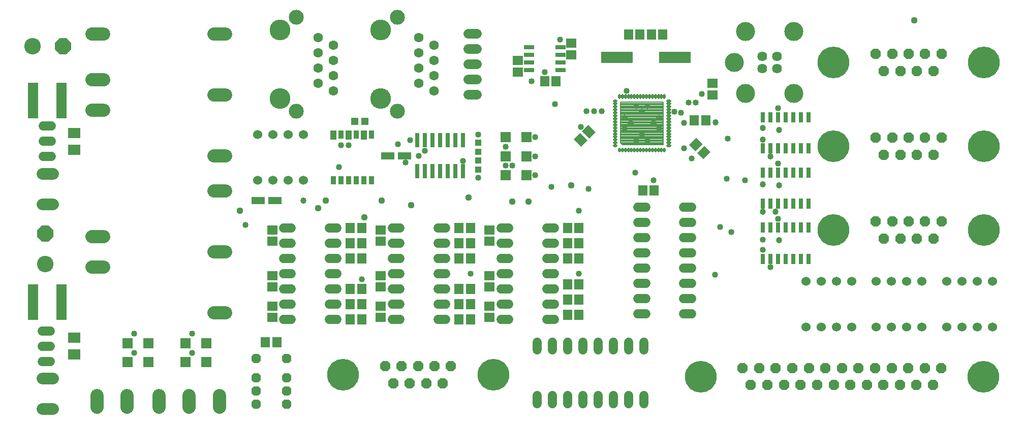
<source format=gts>
G75*
%MOIN*%
%OFA0B0*%
%FSLAX25Y25*%
%IPPOS*%
%LPD*%
%AMOC8*
5,1,8,0,0,1.08239X$1,22.5*
%
%ADD10R,0.07100X0.23200*%
%ADD11C,0.10800*%
%ADD12OC8,0.10800*%
%ADD13C,0.08600*%
%ADD14C,0.06000*%
%ADD15R,0.06706X0.05918*%
%ADD16R,0.05918X0.06706*%
%ADD17C,0.01902*%
%ADD18C,0.00800*%
%ADD19C,0.06400*%
%ADD20R,0.20800X0.07800*%
%ADD21OC8,0.06146*%
%ADD22C,0.06000*%
%ADD23R,0.06706X0.06706*%
%ADD24R,0.08674X0.04737*%
%ADD25OC8,0.06800*%
%ADD26C,0.20800*%
%ADD27R,0.03162X0.06706*%
%ADD28R,0.06706X0.03162*%
%ADD29C,0.07800*%
%ADD30R,0.03950X0.03950*%
%ADD31R,0.03162X0.09461*%
%ADD32C,0.13600*%
%ADD33C,0.06300*%
%ADD34C,0.09800*%
%ADD35R,0.03792X0.05800*%
%ADD36C,0.00190*%
%ADD37R,0.04737X0.05131*%
%ADD38R,0.07898X0.07099*%
%ADD39C,0.06400*%
%ADD40C,0.12500*%
%ADD41C,0.04400*%
%ADD42C,0.04000*%
%ADD43C,0.04050*%
D10*
X0122450Y0209250D03*
X0141050Y0209250D03*
X0141050Y0341750D03*
X0122450Y0341750D03*
D11*
X0122116Y0377375D03*
X0130500Y0234250D03*
D12*
X0130500Y0254250D03*
X0142116Y0377375D03*
D13*
X0160975Y0385500D02*
X0168775Y0385500D01*
X0168775Y0355500D02*
X0160975Y0355500D01*
X0160975Y0335500D02*
X0168775Y0335500D01*
X0240975Y0345500D02*
X0248775Y0345500D01*
X0248775Y0305500D02*
X0240975Y0305500D01*
X0240975Y0282375D02*
X0248775Y0282375D01*
X0248775Y0242375D02*
X0240975Y0242375D01*
X0240975Y0202375D02*
X0248775Y0202375D01*
X0168775Y0232375D02*
X0160975Y0232375D01*
X0160975Y0252375D02*
X0168775Y0252375D01*
X0164350Y0148150D02*
X0164350Y0140350D01*
X0184150Y0140350D02*
X0184150Y0148150D01*
X0205175Y0148150D02*
X0205175Y0140350D01*
X0224875Y0140350D02*
X0224875Y0148150D01*
X0244575Y0148150D02*
X0244575Y0140350D01*
X0240975Y0385500D02*
X0248775Y0385500D01*
D14*
X0134350Y0324875D02*
X0129150Y0324875D01*
X0129150Y0314875D02*
X0134350Y0314875D01*
X0134350Y0304875D02*
X0129150Y0304875D01*
X0286650Y0258000D02*
X0291850Y0258000D01*
X0291850Y0248000D02*
X0286650Y0248000D01*
X0286650Y0238000D02*
X0291850Y0238000D01*
X0291850Y0228000D02*
X0286650Y0228000D01*
X0286650Y0218000D02*
X0291850Y0218000D01*
X0291850Y0208000D02*
X0286650Y0208000D01*
X0286650Y0198000D02*
X0291850Y0198000D01*
X0316650Y0198000D02*
X0321850Y0198000D01*
X0321850Y0208000D02*
X0316650Y0208000D01*
X0316650Y0218000D02*
X0321850Y0218000D01*
X0321850Y0228000D02*
X0316650Y0228000D01*
X0316650Y0238000D02*
X0321850Y0238000D01*
X0321850Y0248000D02*
X0316650Y0248000D01*
X0316650Y0258000D02*
X0321850Y0258000D01*
X0357900Y0258000D02*
X0363100Y0258000D01*
X0363100Y0248000D02*
X0357900Y0248000D01*
X0357900Y0238000D02*
X0363100Y0238000D01*
X0363100Y0228000D02*
X0357900Y0228000D01*
X0357900Y0218000D02*
X0363100Y0218000D01*
X0363100Y0208000D02*
X0357900Y0208000D01*
X0357900Y0198000D02*
X0363100Y0198000D01*
X0387900Y0198000D02*
X0393100Y0198000D01*
X0393100Y0208000D02*
X0387900Y0208000D01*
X0387900Y0218000D02*
X0393100Y0218000D01*
X0393100Y0228000D02*
X0387900Y0228000D01*
X0387900Y0238000D02*
X0393100Y0238000D01*
X0393100Y0248000D02*
X0387900Y0248000D01*
X0387900Y0258000D02*
X0393100Y0258000D01*
X0429268Y0258000D02*
X0434468Y0258000D01*
X0434468Y0248000D02*
X0429268Y0248000D01*
X0429268Y0238000D02*
X0434468Y0238000D01*
X0434468Y0228000D02*
X0429268Y0228000D01*
X0429268Y0218000D02*
X0434468Y0218000D01*
X0434468Y0208000D02*
X0429268Y0208000D01*
X0429268Y0198000D02*
X0434468Y0198000D01*
X0459268Y0198000D02*
X0464468Y0198000D01*
X0464468Y0208000D02*
X0459268Y0208000D01*
X0459268Y0218000D02*
X0464468Y0218000D01*
X0464468Y0228000D02*
X0459268Y0228000D01*
X0459268Y0238000D02*
X0464468Y0238000D01*
X0464468Y0248000D02*
X0459268Y0248000D01*
X0459268Y0258000D02*
X0464468Y0258000D01*
X0519150Y0261750D02*
X0524350Y0261750D01*
X0524350Y0251750D02*
X0519150Y0251750D01*
X0519150Y0241750D02*
X0524350Y0241750D01*
X0524350Y0231750D02*
X0519150Y0231750D01*
X0519150Y0221750D02*
X0524350Y0221750D01*
X0524350Y0211750D02*
X0519150Y0211750D01*
X0519150Y0201750D02*
X0524350Y0201750D01*
X0549150Y0201750D02*
X0554350Y0201750D01*
X0554350Y0211750D02*
X0549150Y0211750D01*
X0549150Y0221750D02*
X0554350Y0221750D01*
X0554350Y0231750D02*
X0549150Y0231750D01*
X0549150Y0241750D02*
X0554350Y0241750D01*
X0554350Y0251750D02*
X0549150Y0251750D01*
X0549150Y0261750D02*
X0554350Y0261750D01*
X0554350Y0271750D02*
X0549150Y0271750D01*
X0524350Y0271750D02*
X0519150Y0271750D01*
X0522985Y0183200D02*
X0522985Y0178000D01*
X0512985Y0178000D02*
X0512985Y0183200D01*
X0502985Y0183200D02*
X0502985Y0178000D01*
X0492985Y0178000D02*
X0492985Y0183200D01*
X0482985Y0183200D02*
X0482985Y0178000D01*
X0472985Y0178000D02*
X0472985Y0183200D01*
X0462985Y0183200D02*
X0462985Y0178000D01*
X0452985Y0178000D02*
X0452985Y0183200D01*
X0452985Y0148000D02*
X0452985Y0142800D01*
X0462985Y0142800D02*
X0462985Y0148000D01*
X0472985Y0148000D02*
X0472985Y0142800D01*
X0482985Y0142800D02*
X0482985Y0148000D01*
X0492985Y0148000D02*
X0492985Y0142800D01*
X0502985Y0142800D02*
X0502985Y0148000D01*
X0512985Y0148000D02*
X0512985Y0142800D01*
X0522985Y0142800D02*
X0522985Y0148000D01*
X0133725Y0170500D02*
X0128525Y0170500D01*
X0128525Y0180500D02*
X0133725Y0180500D01*
X0133725Y0190500D02*
X0128525Y0190500D01*
D15*
X0279250Y0199260D03*
X0279250Y0206740D03*
X0279250Y0219260D03*
X0279250Y0226740D03*
X0279250Y0249260D03*
X0279250Y0256740D03*
X0350500Y0256740D03*
X0350500Y0249260D03*
X0350500Y0226740D03*
X0350500Y0219260D03*
X0350500Y0206740D03*
X0350500Y0199260D03*
X0421750Y0199260D03*
X0421750Y0206740D03*
X0421750Y0219260D03*
X0421750Y0226740D03*
X0421750Y0249260D03*
X0421750Y0256740D03*
X0568000Y0345510D03*
X0568000Y0352990D03*
X0475500Y0371760D03*
X0475500Y0379240D03*
X0440500Y0367990D03*
X0440500Y0360510D03*
D16*
X0458010Y0354250D03*
X0465490Y0354250D03*
G36*
X0491358Y0320992D02*
X0487173Y0316807D01*
X0482432Y0321548D01*
X0486617Y0325733D01*
X0491358Y0320992D01*
G37*
G36*
X0486068Y0315702D02*
X0481883Y0311517D01*
X0477142Y0316258D01*
X0481327Y0320443D01*
X0486068Y0315702D01*
G37*
X0522278Y0282750D03*
X0529758Y0282750D03*
G36*
X0562657Y0312071D02*
X0566842Y0307886D01*
X0562101Y0303145D01*
X0557916Y0307330D01*
X0562657Y0312071D01*
G37*
G36*
X0557368Y0317360D02*
X0561553Y0313175D01*
X0556812Y0308434D01*
X0552627Y0312619D01*
X0557368Y0317360D01*
G37*
X0556135Y0328825D03*
X0563615Y0328825D03*
X0535490Y0384875D03*
X0528010Y0384875D03*
X0520490Y0384875D03*
X0513010Y0384875D03*
X0480490Y0258000D03*
X0473010Y0258000D03*
X0473010Y0248000D03*
X0480490Y0248000D03*
X0480490Y0238000D03*
X0473010Y0238000D03*
X0473010Y0221125D03*
X0480490Y0221125D03*
X0480490Y0211125D03*
X0473010Y0211125D03*
X0473010Y0201125D03*
X0480490Y0201125D03*
X0409240Y0198000D03*
X0401760Y0198000D03*
X0401760Y0208000D03*
X0409240Y0208000D03*
X0409240Y0218000D03*
X0401760Y0218000D03*
X0401760Y0238000D03*
X0409240Y0238000D03*
X0409240Y0248000D03*
X0401760Y0248000D03*
X0401760Y0258000D03*
X0409240Y0258000D03*
X0337990Y0258000D03*
X0330510Y0258000D03*
X0330510Y0248000D03*
X0337990Y0248000D03*
X0337990Y0238000D03*
X0330510Y0238000D03*
X0330510Y0218000D03*
X0337990Y0218000D03*
X0337990Y0208000D03*
X0330510Y0208000D03*
X0330510Y0198000D03*
X0337990Y0198000D03*
X0282365Y0182875D03*
X0274885Y0182875D03*
D17*
X0503593Y0311986D02*
X0504655Y0311986D01*
X0504655Y0313955D02*
X0503593Y0313955D01*
X0503593Y0315923D02*
X0504655Y0315923D01*
X0504655Y0317892D02*
X0503593Y0317892D01*
X0503593Y0319860D02*
X0504655Y0319860D01*
X0504655Y0321829D02*
X0503593Y0321829D01*
X0503593Y0323797D02*
X0504655Y0323797D01*
X0504655Y0325766D02*
X0503593Y0325766D01*
X0503593Y0327734D02*
X0504655Y0327734D01*
X0504655Y0329703D02*
X0503593Y0329703D01*
X0503593Y0331671D02*
X0504655Y0331671D01*
X0504655Y0333640D02*
X0503593Y0333640D01*
X0503593Y0335608D02*
X0504655Y0335608D01*
X0504655Y0337577D02*
X0503593Y0337577D01*
X0503593Y0339545D02*
X0504655Y0339545D01*
X0504655Y0341514D02*
X0503593Y0341514D01*
X0506986Y0343845D02*
X0506986Y0344907D01*
X0508955Y0344907D02*
X0508955Y0343845D01*
X0510923Y0343845D02*
X0510923Y0344907D01*
X0512892Y0344907D02*
X0512892Y0343845D01*
X0514860Y0343845D02*
X0514860Y0344907D01*
X0516829Y0344907D02*
X0516829Y0343845D01*
X0518797Y0343845D02*
X0518797Y0344907D01*
X0520766Y0344907D02*
X0520766Y0343845D01*
X0522734Y0343845D02*
X0522734Y0344907D01*
X0524703Y0344907D02*
X0524703Y0343845D01*
X0526671Y0343845D02*
X0526671Y0344907D01*
X0528640Y0344907D02*
X0528640Y0343845D01*
X0530608Y0343845D02*
X0530608Y0344907D01*
X0532577Y0344907D02*
X0532577Y0343845D01*
X0534545Y0343845D02*
X0534545Y0344907D01*
X0536514Y0344907D02*
X0536514Y0343845D01*
X0538845Y0341514D02*
X0539907Y0341514D01*
X0539907Y0339545D02*
X0538845Y0339545D01*
X0538845Y0337577D02*
X0539907Y0337577D01*
X0539907Y0335608D02*
X0538845Y0335608D01*
X0538845Y0333640D02*
X0539907Y0333640D01*
X0539907Y0331671D02*
X0538845Y0331671D01*
X0538845Y0329703D02*
X0539907Y0329703D01*
X0539907Y0327734D02*
X0538845Y0327734D01*
X0538845Y0325766D02*
X0539907Y0325766D01*
X0539907Y0323797D02*
X0538845Y0323797D01*
X0538845Y0321829D02*
X0539907Y0321829D01*
X0539907Y0319860D02*
X0538845Y0319860D01*
X0538845Y0317892D02*
X0539907Y0317892D01*
X0539907Y0315923D02*
X0538845Y0315923D01*
X0538845Y0313955D02*
X0539907Y0313955D01*
X0539907Y0311986D02*
X0538845Y0311986D01*
X0536514Y0309655D02*
X0536514Y0308593D01*
X0534545Y0308593D02*
X0534545Y0309655D01*
X0532577Y0309655D02*
X0532577Y0308593D01*
X0530608Y0308593D02*
X0530608Y0309655D01*
X0528640Y0309655D02*
X0528640Y0308593D01*
X0526671Y0308593D02*
X0526671Y0309655D01*
X0524703Y0309655D02*
X0524703Y0308593D01*
X0522734Y0308593D02*
X0522734Y0309655D01*
X0520766Y0309655D02*
X0520766Y0308593D01*
X0518797Y0308593D02*
X0518797Y0309655D01*
X0516829Y0309655D02*
X0516829Y0308593D01*
X0514860Y0308593D02*
X0514860Y0309655D01*
X0512892Y0309655D02*
X0512892Y0308593D01*
X0510923Y0308593D02*
X0510923Y0309655D01*
X0508955Y0309655D02*
X0508955Y0308593D01*
X0506986Y0308593D02*
X0506986Y0309655D01*
D18*
X0509152Y0312774D02*
X0507774Y0314152D01*
X0507774Y0340726D01*
X0535726Y0340726D01*
X0535726Y0312774D01*
X0509152Y0312774D01*
X0508532Y0313393D02*
X0535726Y0313393D01*
X0535726Y0314191D02*
X0507774Y0314191D01*
X0507774Y0314990D02*
X0535726Y0314990D01*
X0535726Y0315788D02*
X0507774Y0315788D01*
X0507774Y0316587D02*
X0535726Y0316587D01*
X0535726Y0317385D02*
X0507774Y0317385D01*
X0507774Y0318184D02*
X0535726Y0318184D01*
X0535726Y0318982D02*
X0507774Y0318982D01*
X0507774Y0319781D02*
X0535726Y0319781D01*
X0535726Y0320579D02*
X0507774Y0320579D01*
X0507774Y0321378D02*
X0535726Y0321378D01*
X0535726Y0322176D02*
X0507774Y0322176D01*
X0507774Y0322975D02*
X0535726Y0322975D01*
X0535726Y0323773D02*
X0507774Y0323773D01*
X0507774Y0324572D02*
X0535726Y0324572D01*
X0535726Y0325370D02*
X0507774Y0325370D01*
X0507774Y0326169D02*
X0535726Y0326169D01*
X0535726Y0326967D02*
X0507774Y0326967D01*
X0507774Y0327766D02*
X0535726Y0327766D01*
X0535726Y0328564D02*
X0507774Y0328564D01*
X0507774Y0329363D02*
X0535726Y0329363D01*
X0535726Y0330161D02*
X0507774Y0330161D01*
X0507774Y0330960D02*
X0535726Y0330960D01*
X0535726Y0331758D02*
X0507774Y0331758D01*
X0507774Y0332557D02*
X0535726Y0332557D01*
X0535726Y0333355D02*
X0507774Y0333355D01*
X0507774Y0334154D02*
X0535726Y0334154D01*
X0535726Y0334953D02*
X0507774Y0334953D01*
X0507774Y0335751D02*
X0535726Y0335751D01*
X0535726Y0336550D02*
X0507774Y0336550D01*
X0507774Y0337348D02*
X0535726Y0337348D01*
X0535726Y0338147D02*
X0507774Y0338147D01*
X0507774Y0338945D02*
X0535726Y0338945D01*
X0535726Y0339744D02*
X0507774Y0339744D01*
X0507774Y0340542D02*
X0535726Y0340542D01*
D19*
X0413300Y0345750D02*
X0407700Y0345750D01*
X0407700Y0355750D02*
X0413300Y0355750D01*
X0413300Y0365750D02*
X0407700Y0365750D01*
X0407700Y0375750D02*
X0413300Y0375750D01*
X0413300Y0385750D02*
X0407700Y0385750D01*
D20*
X0505250Y0369875D03*
X0543250Y0369875D03*
D21*
X0288625Y0172250D03*
X0288625Y0159652D03*
X0288625Y0150990D03*
X0288625Y0142329D03*
X0268625Y0142329D03*
X0268625Y0150990D03*
X0268625Y0159652D03*
X0268625Y0172250D03*
D22*
X0269875Y0289250D03*
X0279875Y0289250D03*
X0289875Y0289250D03*
X0299875Y0289250D03*
X0299875Y0319250D03*
X0289875Y0319250D03*
X0279875Y0319250D03*
X0269875Y0319250D03*
X0629235Y0223000D03*
X0639235Y0223000D03*
X0649235Y0223000D03*
X0659235Y0223000D03*
X0675485Y0223000D03*
X0685485Y0223000D03*
X0695485Y0223000D03*
X0705485Y0223000D03*
X0721735Y0223000D03*
X0731735Y0223000D03*
X0741735Y0223000D03*
X0751735Y0223000D03*
X0751735Y0193000D03*
X0741735Y0193000D03*
X0731735Y0193000D03*
X0721735Y0193000D03*
X0705485Y0193000D03*
X0695485Y0193000D03*
X0685485Y0193000D03*
X0675485Y0193000D03*
X0659235Y0193000D03*
X0649235Y0193000D03*
X0639235Y0193000D03*
X0629235Y0193000D03*
D23*
X0446140Y0292625D03*
X0432360Y0292625D03*
X0432360Y0305125D03*
X0432360Y0317625D03*
X0446140Y0317625D03*
X0446140Y0305125D03*
X0236140Y0182375D03*
X0236140Y0169875D03*
X0222360Y0169875D03*
X0222360Y0182375D03*
X0198015Y0182375D03*
X0184235Y0182375D03*
X0184235Y0169875D03*
X0198015Y0169875D03*
D24*
X0269890Y0276125D03*
X0281110Y0276125D03*
X0354890Y0305500D03*
X0366110Y0305500D03*
D25*
X0364139Y0167350D03*
X0353339Y0167350D03*
X0358739Y0156150D03*
X0369539Y0156150D03*
X0380339Y0156150D03*
X0391139Y0156150D03*
X0396539Y0167350D03*
X0385739Y0167350D03*
X0374939Y0167350D03*
X0587785Y0166100D03*
X0598685Y0166100D03*
X0609485Y0166100D03*
X0620385Y0166100D03*
X0631285Y0166100D03*
X0642085Y0166100D03*
X0652985Y0166100D03*
X0663885Y0166100D03*
X0674685Y0166100D03*
X0685585Y0166100D03*
X0696485Y0166100D03*
X0707285Y0166100D03*
X0718185Y0166100D03*
X0712785Y0154900D03*
X0701885Y0154900D03*
X0690985Y0154900D03*
X0680185Y0154900D03*
X0669285Y0154900D03*
X0658385Y0154900D03*
X0647585Y0154900D03*
X0636685Y0154900D03*
X0625785Y0154900D03*
X0614985Y0154900D03*
X0604085Y0154900D03*
X0593185Y0154900D03*
X0680535Y0251150D03*
X0691335Y0251150D03*
X0702135Y0251150D03*
X0712935Y0251150D03*
X0707535Y0262350D03*
X0696735Y0262350D03*
X0685935Y0262350D03*
X0675135Y0262350D03*
X0718335Y0262350D03*
X0712935Y0306150D03*
X0702135Y0306150D03*
X0691335Y0306150D03*
X0680535Y0306150D03*
X0675135Y0317350D03*
X0685935Y0317350D03*
X0696735Y0317350D03*
X0707535Y0317350D03*
X0718335Y0317350D03*
X0712935Y0361150D03*
X0702135Y0361150D03*
X0691335Y0361150D03*
X0680535Y0361150D03*
X0675135Y0372350D03*
X0685935Y0372350D03*
X0696735Y0372350D03*
X0707535Y0372350D03*
X0718335Y0372350D03*
D26*
X0746035Y0366750D03*
X0746035Y0311750D03*
X0746035Y0256750D03*
X0647435Y0256750D03*
X0647435Y0311750D03*
X0647435Y0366750D03*
X0560385Y0160500D03*
X0424239Y0161750D03*
X0325639Y0161750D03*
X0745585Y0160500D03*
D27*
X0631110Y0237764D03*
X0626110Y0237764D03*
X0621110Y0237764D03*
X0616110Y0237764D03*
X0611110Y0237764D03*
X0606110Y0237764D03*
X0601110Y0237764D03*
X0601110Y0258236D03*
X0606110Y0258236D03*
X0611110Y0258236D03*
X0616110Y0258236D03*
X0621110Y0258236D03*
X0626110Y0258236D03*
X0631110Y0258236D03*
X0631110Y0274014D03*
X0626110Y0274014D03*
X0621110Y0274014D03*
X0616110Y0274014D03*
X0611110Y0274014D03*
X0606110Y0274014D03*
X0601110Y0274014D03*
X0601110Y0294486D03*
X0606110Y0294486D03*
X0611110Y0294486D03*
X0616110Y0294486D03*
X0621110Y0294486D03*
X0626110Y0294486D03*
X0631110Y0294486D03*
X0631110Y0310264D03*
X0626110Y0310264D03*
X0621110Y0310264D03*
X0616110Y0310264D03*
X0611110Y0310264D03*
X0606110Y0310264D03*
X0601110Y0310264D03*
X0601110Y0330736D03*
X0606110Y0330736D03*
X0611110Y0330736D03*
X0616110Y0330736D03*
X0621110Y0330736D03*
X0626110Y0330736D03*
X0631110Y0330736D03*
D28*
X0468236Y0361750D03*
X0468236Y0366750D03*
X0468236Y0371750D03*
X0468236Y0376750D03*
X0447764Y0376750D03*
X0447764Y0371750D03*
X0447764Y0366750D03*
X0447764Y0361750D03*
D29*
X0135250Y0139250D02*
X0128250Y0139250D01*
X0128250Y0159250D02*
X0135250Y0159250D01*
X0135250Y0273625D02*
X0128250Y0273625D01*
X0128250Y0293625D02*
X0135250Y0293625D01*
D30*
X0414250Y0296297D03*
X0414250Y0302203D03*
X0414250Y0308172D03*
X0414250Y0314078D03*
D31*
X0404250Y0315736D03*
X0399250Y0315736D03*
X0394250Y0315736D03*
X0389250Y0315736D03*
X0384250Y0315736D03*
X0379250Y0315736D03*
X0374250Y0315736D03*
X0374250Y0295264D03*
X0379250Y0295264D03*
X0384250Y0295264D03*
X0389250Y0295264D03*
X0394250Y0295264D03*
X0399250Y0295264D03*
X0404250Y0295264D03*
D32*
X0350500Y0343000D03*
X0284250Y0343000D03*
X0284250Y0388000D03*
X0350500Y0388000D03*
D33*
X0375500Y0383000D03*
X0385500Y0378000D03*
X0375500Y0373000D03*
X0385500Y0368000D03*
X0375500Y0363000D03*
X0385500Y0358000D03*
X0375500Y0353000D03*
X0385500Y0348000D03*
X0319250Y0348000D03*
X0309250Y0353000D03*
X0319250Y0358000D03*
X0309250Y0363000D03*
X0319250Y0368000D03*
X0309250Y0373000D03*
X0319250Y0378000D03*
X0309250Y0383000D03*
D34*
X0295077Y0396307D03*
X0361327Y0396307D03*
X0361327Y0334693D03*
X0295077Y0334693D03*
D35*
X0324250Y0319250D03*
X0334250Y0319250D03*
X0344250Y0319250D03*
X0344250Y0289250D03*
X0339250Y0289250D03*
X0334250Y0289250D03*
X0329250Y0289250D03*
X0324250Y0289250D03*
X0319250Y0289250D03*
D36*
X0317449Y0322055D02*
X0321051Y0322055D01*
X0321051Y0316445D01*
X0317449Y0316445D01*
X0317449Y0322055D01*
X0317449Y0316634D02*
X0321051Y0316634D01*
X0321051Y0316823D02*
X0317449Y0316823D01*
X0317449Y0317012D02*
X0321051Y0317012D01*
X0321051Y0317201D02*
X0317449Y0317201D01*
X0317449Y0317390D02*
X0321051Y0317390D01*
X0321051Y0317579D02*
X0317449Y0317579D01*
X0317449Y0317768D02*
X0321051Y0317768D01*
X0321051Y0317957D02*
X0317449Y0317957D01*
X0317449Y0318146D02*
X0321051Y0318146D01*
X0321051Y0318335D02*
X0317449Y0318335D01*
X0317449Y0318524D02*
X0321051Y0318524D01*
X0321051Y0318713D02*
X0317449Y0318713D01*
X0317449Y0318902D02*
X0321051Y0318902D01*
X0321051Y0319091D02*
X0317449Y0319091D01*
X0317449Y0319280D02*
X0321051Y0319280D01*
X0321051Y0319469D02*
X0317449Y0319469D01*
X0317449Y0319658D02*
X0321051Y0319658D01*
X0321051Y0319847D02*
X0317449Y0319847D01*
X0317449Y0320036D02*
X0321051Y0320036D01*
X0321051Y0320225D02*
X0317449Y0320225D01*
X0317449Y0320414D02*
X0321051Y0320414D01*
X0321051Y0320603D02*
X0317449Y0320603D01*
X0317449Y0320792D02*
X0321051Y0320792D01*
X0321051Y0320981D02*
X0317449Y0320981D01*
X0317449Y0321170D02*
X0321051Y0321170D01*
X0321051Y0321359D02*
X0317449Y0321359D01*
X0317449Y0321548D02*
X0321051Y0321548D01*
X0321051Y0321737D02*
X0317449Y0321737D01*
X0317449Y0321926D02*
X0321051Y0321926D01*
X0327449Y0322055D02*
X0331051Y0322055D01*
X0331051Y0316445D01*
X0327449Y0316445D01*
X0327449Y0322055D01*
X0327449Y0316634D02*
X0331051Y0316634D01*
X0331051Y0316823D02*
X0327449Y0316823D01*
X0327449Y0317012D02*
X0331051Y0317012D01*
X0331051Y0317201D02*
X0327449Y0317201D01*
X0327449Y0317390D02*
X0331051Y0317390D01*
X0331051Y0317579D02*
X0327449Y0317579D01*
X0327449Y0317768D02*
X0331051Y0317768D01*
X0331051Y0317957D02*
X0327449Y0317957D01*
X0327449Y0318146D02*
X0331051Y0318146D01*
X0331051Y0318335D02*
X0327449Y0318335D01*
X0327449Y0318524D02*
X0331051Y0318524D01*
X0331051Y0318713D02*
X0327449Y0318713D01*
X0327449Y0318902D02*
X0331051Y0318902D01*
X0331051Y0319091D02*
X0327449Y0319091D01*
X0327449Y0319280D02*
X0331051Y0319280D01*
X0331051Y0319469D02*
X0327449Y0319469D01*
X0327449Y0319658D02*
X0331051Y0319658D01*
X0331051Y0319847D02*
X0327449Y0319847D01*
X0327449Y0320036D02*
X0331051Y0320036D01*
X0331051Y0320225D02*
X0327449Y0320225D01*
X0327449Y0320414D02*
X0331051Y0320414D01*
X0331051Y0320603D02*
X0327449Y0320603D01*
X0327449Y0320792D02*
X0331051Y0320792D01*
X0331051Y0320981D02*
X0327449Y0320981D01*
X0327449Y0321170D02*
X0331051Y0321170D01*
X0331051Y0321359D02*
X0327449Y0321359D01*
X0327449Y0321548D02*
X0331051Y0321548D01*
X0331051Y0321737D02*
X0327449Y0321737D01*
X0327449Y0321926D02*
X0331051Y0321926D01*
X0337449Y0322055D02*
X0341051Y0322055D01*
X0341051Y0316445D01*
X0337449Y0316445D01*
X0337449Y0322055D01*
X0337449Y0316634D02*
X0341051Y0316634D01*
X0341051Y0316823D02*
X0337449Y0316823D01*
X0337449Y0317012D02*
X0341051Y0317012D01*
X0341051Y0317201D02*
X0337449Y0317201D01*
X0337449Y0317390D02*
X0341051Y0317390D01*
X0341051Y0317579D02*
X0337449Y0317579D01*
X0337449Y0317768D02*
X0341051Y0317768D01*
X0341051Y0317957D02*
X0337449Y0317957D01*
X0337449Y0318146D02*
X0341051Y0318146D01*
X0341051Y0318335D02*
X0337449Y0318335D01*
X0337449Y0318524D02*
X0341051Y0318524D01*
X0341051Y0318713D02*
X0337449Y0318713D01*
X0337449Y0318902D02*
X0341051Y0318902D01*
X0341051Y0319091D02*
X0337449Y0319091D01*
X0337449Y0319280D02*
X0341051Y0319280D01*
X0341051Y0319469D02*
X0337449Y0319469D01*
X0337449Y0319658D02*
X0341051Y0319658D01*
X0341051Y0319847D02*
X0337449Y0319847D01*
X0337449Y0320036D02*
X0341051Y0320036D01*
X0341051Y0320225D02*
X0337449Y0320225D01*
X0337449Y0320414D02*
X0341051Y0320414D01*
X0341051Y0320603D02*
X0337449Y0320603D01*
X0337449Y0320792D02*
X0341051Y0320792D01*
X0341051Y0320981D02*
X0337449Y0320981D01*
X0337449Y0321170D02*
X0341051Y0321170D01*
X0341051Y0321359D02*
X0337449Y0321359D01*
X0337449Y0321548D02*
X0341051Y0321548D01*
X0341051Y0321737D02*
X0337449Y0321737D01*
X0337449Y0321926D02*
X0341051Y0321926D01*
D37*
X0340096Y0328000D03*
X0333404Y0328000D03*
D38*
X0149250Y0320473D03*
X0149250Y0309277D03*
X0149250Y0186098D03*
X0149250Y0174902D03*
D39*
X0600579Y0362813D03*
X0610421Y0362813D03*
X0610421Y0370687D03*
X0600579Y0370687D03*
D40*
X0582469Y0366750D03*
X0589752Y0346474D03*
X0621248Y0346474D03*
X0621248Y0387026D03*
X0589752Y0387026D03*
D41*
X0700500Y0394250D03*
X0475500Y0286125D03*
X0447375Y0275500D03*
X0436750Y0275500D03*
X0408000Y0278000D03*
X0370500Y0273000D03*
X0351125Y0276125D03*
X0339875Y0264875D03*
X0314250Y0276125D03*
X0309250Y0271125D03*
X0258000Y0269250D03*
D42*
X0261750Y0259875D03*
X0323000Y0298000D03*
X0324250Y0312375D03*
X0329250Y0312375D03*
X0361750Y0313000D03*
X0369875Y0315736D03*
X0379250Y0308625D03*
X0375500Y0305500D03*
X0366750Y0301125D03*
X0404250Y0302000D03*
X0414250Y0291125D03*
X0432375Y0298875D03*
X0436750Y0298875D03*
X0432375Y0311375D03*
X0414250Y0319250D03*
X0451750Y0317625D03*
X0451750Y0305125D03*
X0451750Y0292625D03*
X0462375Y0284875D03*
X0480490Y0269300D03*
X0486625Y0283625D03*
X0517250Y0294375D03*
X0529250Y0289250D03*
X0554250Y0303800D03*
X0549250Y0310500D03*
X0533000Y0323000D03*
X0529250Y0326750D03*
X0533000Y0330500D03*
X0525500Y0338000D03*
X0521750Y0334250D03*
X0518000Y0338000D03*
X0510500Y0330500D03*
X0514250Y0326750D03*
X0510500Y0323000D03*
X0518000Y0315500D03*
X0521750Y0319250D03*
X0525500Y0315500D03*
X0549250Y0326950D03*
X0547375Y0333625D03*
X0543000Y0334350D03*
X0552550Y0340350D03*
X0556925Y0340350D03*
X0561125Y0346125D03*
X0578000Y0316625D03*
X0611125Y0300500D03*
X0589250Y0289250D03*
X0577375Y0290500D03*
X0611125Y0263875D03*
X0601125Y0250500D03*
X0601125Y0243625D03*
X0606125Y0232375D03*
X0580500Y0255511D03*
X0573000Y0258625D03*
X0569875Y0227375D03*
X0480490Y0227990D03*
X0409250Y0228000D03*
X0338000Y0224250D03*
X0226750Y0188625D03*
X0226750Y0176125D03*
X0188625Y0176125D03*
X0188625Y0188625D03*
X0449250Y0354250D03*
X0458000Y0360500D03*
X0464875Y0339250D03*
X0485500Y0334624D03*
X0490500Y0334624D03*
X0495500Y0334624D03*
X0481750Y0324516D03*
X0511750Y0348000D03*
X0468000Y0381750D03*
X0611125Y0336750D03*
D43*
X0601125Y0323625D03*
X0611750Y0322375D03*
X0601125Y0316125D03*
X0606125Y0304875D03*
X0601125Y0286750D03*
X0611750Y0286125D03*
X0609250Y0268625D03*
X0601125Y0268625D03*
X0611750Y0249875D03*
X0569900Y0327375D03*
X0299875Y0276125D03*
M02*

</source>
